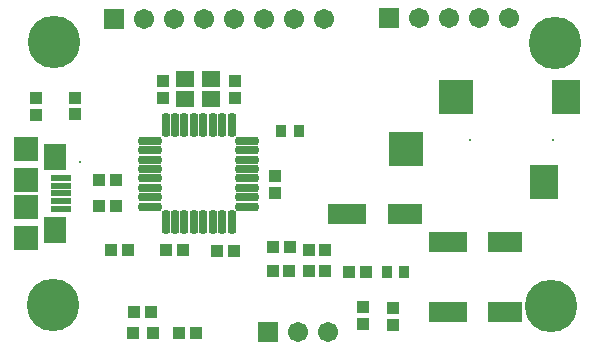
<source format=gts>
%FSDAX24Y24*%
%MOIN*%
%SFA1B1*%

%IPPOS*%
%AMD43*
4,1,8,-0.005400,-0.038400,0.005400,-0.038400,0.014800,-0.029000,0.014800,0.029000,0.005400,0.038400,-0.005400,0.038400,-0.014800,0.029000,-0.014800,-0.029000,-0.005400,-0.038400,0.0*
1,1,0.018800,-0.005400,-0.029000*
1,1,0.018800,0.005400,-0.029000*
1,1,0.018800,0.005400,0.029000*
1,1,0.018800,-0.005400,0.029000*
%
%AMD44*
4,1,8,0.038400,-0.005400,0.038400,0.005400,0.029000,0.014800,-0.029000,0.014800,-0.038400,0.005400,-0.038400,-0.005400,-0.029000,-0.014800,0.029000,-0.014800,0.038400,-0.005400,0.0*
1,1,0.018800,0.029000,-0.005400*
1,1,0.018800,0.029000,0.005400*
1,1,0.018800,-0.029000,0.005400*
1,1,0.018800,-0.029000,-0.005400*
%
%ADD34R,0.043400X0.039500*%
%ADD35R,0.071900X0.090800*%
%ADD36R,0.071200X0.023700*%
%ADD37R,0.078900X0.082800*%
%ADD38R,0.118000X0.118000*%
%ADD39R,0.095000X0.118000*%
%ADD40R,0.126100X0.071000*%
%ADD41R,0.118200X0.071000*%
%ADD42R,0.039500X0.043400*%
G04~CAMADD=43~8~0.0~0.0~297.0~769.0~94.0~0.0~15~0.0~0.0~0.0~0.0~0~0.0~0.0~0.0~0.0~0~0.0~0.0~0.0~180.0~296.0~768.0*
%ADD43D43*%
G04~CAMADD=44~8~0.0~0.0~297.0~769.0~94.0~0.0~15~0.0~0.0~0.0~0.0~0~0.0~0.0~0.0~0.0~0~0.0~0.0~0.0~270.0~768.0~296.0*
%ADD44D44*%
%ADD45R,0.063100X0.055200*%
%ADD46R,0.035600X0.043400*%
%ADD47R,0.039500X0.039500*%
%ADD48C,0.174900*%
%ADD49R,0.008000X0.008000*%
%ADD50C,0.067100*%
%ADD51R,0.067100X0.067100*%
%ADD52C,0.010000*%
%LNuda-1*%
%LPD*%
G54D34*
X008920Y005896D03*
Y005344D03*
X011840Y000964D03*
Y001516D03*
X012850Y001486D03*
Y000934D03*
X000950Y007934D03*
Y008486D03*
X005190Y009046D03*
Y008494D03*
X007590D03*
Y009046D03*
X002250Y007954D03*
Y008506D03*
G54D35*
X001600Y004100D03*
Y006540D03*
G54D36*
X001800Y004808D03*
Y005064D03*
Y005320D03*
Y005576D03*
Y005832D03*
G54D37*
X000618Y003845D03*
Y006795D03*
Y005773D03*
Y004867D03*
G54D38*
X014950Y008530D03*
X013280Y006800D03*
G54D39*
X018610Y008530D03*
X017870Y005690D03*
G54D40*
X014670Y001370D03*
Y003690D03*
X011330Y004630D03*
G54D41*
X016599Y001370D03*
Y003690D03*
X013259Y004630D03*
G54D42*
X009396Y002740D03*
X008844D03*
X010596D03*
X010044D03*
X009416Y003530D03*
X008864D03*
X010596Y003440D03*
X010044D03*
X005294Y003420D03*
X005846D03*
X011394Y002690D03*
X011946D03*
X006984Y003410D03*
X007536D03*
X004776Y001350D03*
X004224D03*
X003606Y005750D03*
X003054D03*
X003606Y004880D03*
X003054D03*
X003454Y003430D03*
X004006D03*
X005724Y000650D03*
X006276D03*
G54D43*
X007472Y004346D03*
X007157D03*
X006842D03*
X006527D03*
X006213D03*
X005898D03*
X005583D03*
X005268D03*
Y007594D03*
X005583D03*
X005898D03*
X006213D03*
X006527D03*
X006842D03*
X007157D03*
X007472D03*
G54D44*
X004746Y004868D03*
Y005183D03*
Y005498D03*
Y005813D03*
Y006127D03*
Y006442D03*
Y006757D03*
Y007072D03*
X007994D03*
Y006757D03*
Y006442D03*
Y006127D03*
Y005813D03*
Y005498D03*
Y005183D03*
Y004868D03*
G54D45*
X005924Y008451D03*
X006790D03*
X005924Y009120D03*
X006790D03*
G54D46*
X009715Y007410D03*
X009125D03*
X012635Y002690D03*
X013225D03*
G54D47*
X004840Y000660D03*
X004190D03*
G54D48*
X001540Y010360D03*
X018110Y001575D03*
X018260Y010320D03*
X001510Y001600D03*
G54D49*
X018190Y007110D03*
X015430D03*
G54D50*
X016730Y011170D03*
X015730D03*
X014730D03*
X013730D03*
X010690Y000710D03*
X009690D03*
X010550Y011130D03*
X009550D03*
X008550D03*
X007550D03*
X006550D03*
X005550D03*
X004550D03*
G54D51*
X012730Y011170D03*
X008690Y000710D03*
X003550Y011130D03*
G54D52*
X002420Y006370D03*
M02*
</source>
